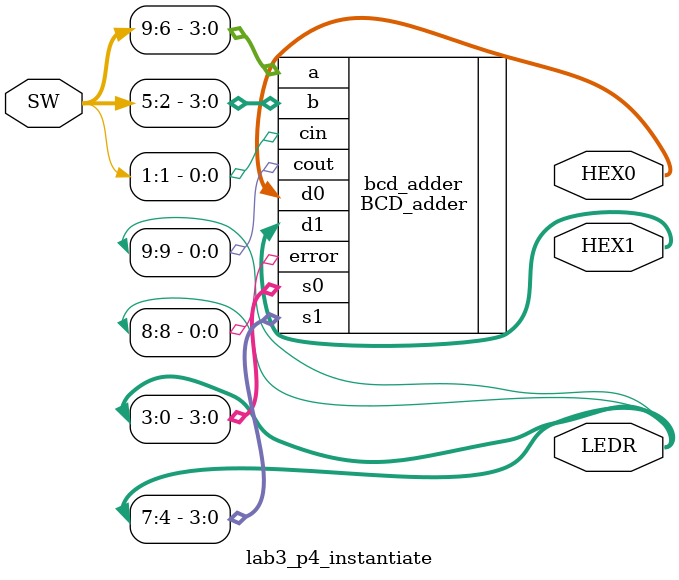
<source format=v>
module lab3_p4_instantiate(SW, HEX0, HEX1, LEDR);
	input [9:0] SW;
	output [6:0] HEX0, HEX1; // 7seg requires 7 bits, HEX0 requires 7 bits, HEX1 requires 7 bits.
	output [9:0] LEDR;

	// d1 is the ten's digit, d0 is the one's digit.
	// HEX1 is the ten's digit, HEX0 is the one's digit.
	BCD_adder bcd_adder(.a(SW[9:6]), .b(SW[5:2]), .cin(SW[1]), .d1(HEX1), .d0(HEX0), .cout(LEDR[9]), .error(LEDR[8]), .s1(LEDR[7:4]), .s0(LEDR[3:0]));
endmodule
</source>
